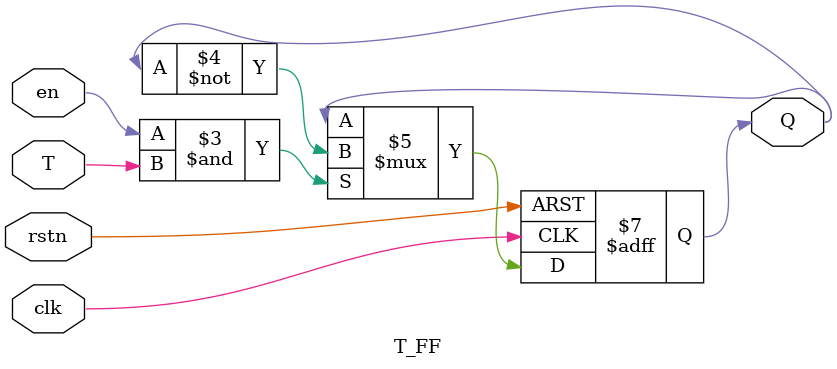
<source format=v>
`timescale 1ns / 1ps


module T_FF (
    output reg Q,
    input clk, rstn, en,
    input T
);

always @(posedge clk or negedge rstn) begin
    if(!rstn)       Q <=  0;
    else if(en & T) Q <= ~Q;
end

endmodule

</source>
